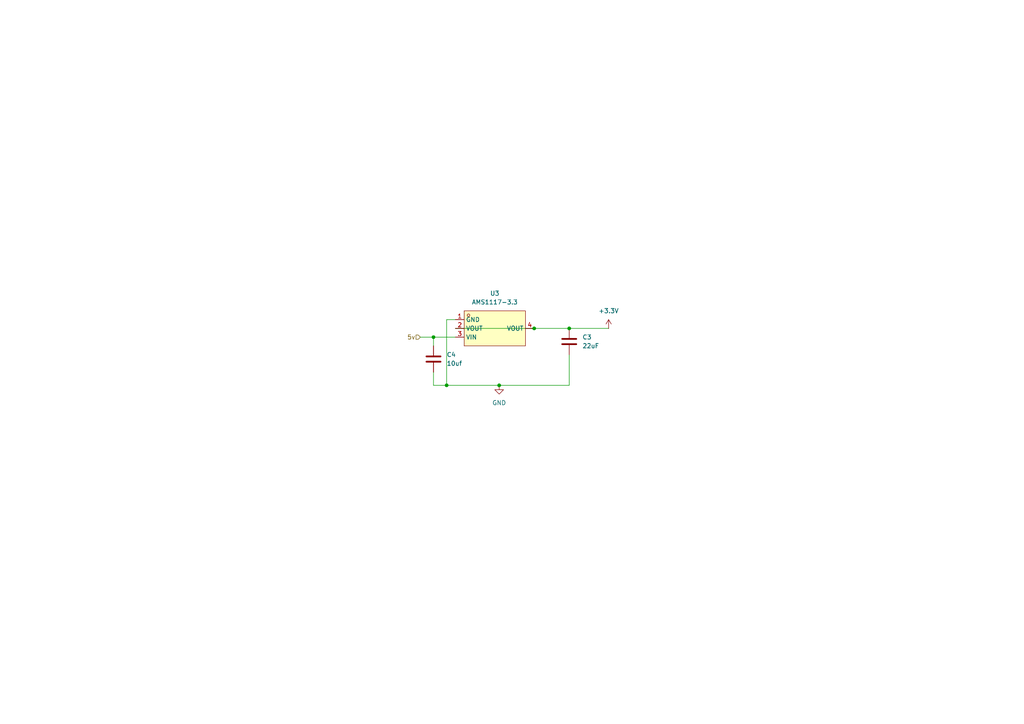
<source format=kicad_sch>
(kicad_sch (version 20250114) (generator "eeschema") (generator_version "9.0")
  (paper "A4")
  (title_block (rev "3"))
  (lib_symbols
    (symbol "Device:C" (pin_numbers (hide yes)) (pin_names (offset 0.254))
      (property "Reference" "C" (at 0.635 2.54 0))
      (property "Value" "C" (at 0.635 -2.54 0))
      (symbol "C_0_1"
        (polyline (pts (xy -2.032 0.762) (xy 2.032 0.762)) (stroke (width 0.508)))
        (polyline (pts (xy -2.032 -0.762) (xy 2.032 -0.762)) (stroke (width 0.508)))
      )
      (symbol "C_1_1"
        (pin passive line (at 0 3.81 270) (length 2.794) (name "~") (number "1"))
        (pin passive line (at 0 -3.81 90) (length 2.794) (name "~") (number "2"))
      )
    )
    (symbol "easyeda2kicad:AMS1117-3.3"
      (property "Reference" "U" (at 0 7.62 0))
      (property "Value" "AMS1117-3.3" (at 0 -7.62 0))
      (symbol "AMS1117-3.3_0_1"
        (rectangle (start -8.89 5.08) (end 8.89 -5.08) (fill (type background)))
        (circle (center -7.62 3.81) (radius 0.38))
        (pin unspecified line (at -11.43 2.54 0) (length 2.54) (name "GND") (number "1"))
        (pin unspecified line (at -11.43 0 0) (length 2.54) (name "VOUT") (number "2"))
        (pin unspecified line (at -11.43 -2.54 0) (length 2.54) (name "VIN") (number "3"))
        (pin unspecified line (at 11.43 0 180) (length 2.54) (name "VOUT") (number "4"))
      )
    )
    (symbol "power:+3.3V" (power) (pin_numbers (hide yes)) (pin_names (offset 0) (hide yes))
      (property "Value" "+3.3V" (at 0 3.556 0))
      (symbol "+3.3V_0_1"
        (polyline (pts (xy -0.762 1.27) (xy 0 2.54)))
        (polyline (pts (xy 0 2.54) (xy 0.762 1.27)))
        (polyline (pts (xy 0 0) (xy 0 2.54)))
      )
      (symbol "+3.3V_1_1"
        (pin power_in line (at 0 0 90) (length 0) (name "~") (number "1"))
      )
    )
    (symbol "power:GND" (power) (pin_numbers (hide yes)) (pin_names (offset 0) (hide yes))
      (property "Value" "GND" (at 0 -3.81 0))
      (symbol "GND_0_1"
        (polyline (pts (xy 0 0) (xy 0 -1.27) (xy 1.27 -1.27) (xy 0 -2.54) (xy -1.27 -1.27) (xy 0 -1.27)))
      )
      (symbol "GND_1_1"
        (pin power_in line (at 0 0 270) (length 0) (name "~") (number "1"))
      )
    )
  )
  (junction (at 165.1 95.25))
  (junction (at 154.94 95.25))
  (junction (at 129.54 111.76))
  (junction (at 125.73 97.79))
  (junction (at 144.78 111.76))
  (wire (pts (xy 129.54 92.71) (xy 129.54 111.76)))
  (wire (pts (xy 165.1 111.76) (xy 144.78 111.76)))
  (wire (pts (xy 125.73 97.79) (xy 132.08 97.79)))
  (wire (pts (xy 125.73 107.95) (xy 125.73 111.76)))
  (wire (pts (xy 125.73 97.79) (xy 125.73 100.33)))
  (wire (pts (xy 132.08 92.71) (xy 129.54 92.71)))
  (wire (pts (xy 129.54 111.76) (xy 144.78 111.76)))
  (wire (pts (xy 125.73 111.76) (xy 129.54 111.76)))
  (wire (pts (xy 154.94 95.25) (xy 165.1 95.25)))
  (wire (pts (xy 132.08 95.25) (xy 154.94 95.25)))
  (wire (pts (xy 165.1 95.25) (xy 176.53 95.25)))
  (wire (pts (xy 165.1 102.87) (xy 165.1 111.76)))
  (wire (pts (xy 121.92 97.79) (xy 125.73 97.79)))
  (hierarchical_label "5v" (shape input) (at 121.92 97.79 180))
  (symbol (lib_id "Device:C") (at 125.73 104.14 0) (unit 1)
    (property "Reference" "C4" (at 129.54 102.8699 0) (effects (justify left)))
    (property "Value" "10uf" (at 129.54 105.4099 0) (effects (justify left)))
    (property "Description" "Unpolarized capacitor" (effects (hide yes)))
  )
  (symbol (lib_id "power:GND") (at 144.78 111.76 0) (unit 1)
    (property "Reference" "#PWR022" (effects (hide yes)))
    (property "Value" "GND" (at 144.78 116.84 0))
    (property "Description" "Power symbol creates a global label with name \"GND\" , ground" (effects (hide yes)))
  )
  (symbol (lib_id "Device:C") (at 165.1 99.06 0) (unit 1)
    (property "Reference" "C3" (at 168.91 97.7899 0) (effects (justify left)))
    (property "Value" "22uF" (at 168.91 100.3299 0) (effects (justify left)))
    (property "Description" "Unpolarized capacitor" (effects (hide yes)))
  )
  (symbol (lib_id "easyeda2kicad:AMS1117-3.3") (at 143.51 95.25 0) (unit 1)
    (property "Reference" "U3" (at 143.51 85.09 0))
    (property "Value" "AMS1117-3.3" (at 143.51 87.63 0))
    (property "Footprint" "easyeda2kicad:SOT-223-3_L6.5-W3.4-P2.30-LS7.0-BR" (effects (hide yes)))
    (property "Datasheet" "https://lcsc.com/product-detail/Low-Dropout-Regulators-LDO_AMS_AMS1117-3-3_AMS1117-3-3_C6186.html" (effects (hide yes)))
    (property "LCSC Part" "C6186" (effects (hide yes)))
  )
  (symbol (lib_id "power:+3.3V") (at 176.53 95.25 0) (unit 1)
    (property "Reference" "#PWR021" (effects (hide yes)))
    (property "Value" "+3.3V" (at 176.53 90.17 0))
    (property "Description" "Power symbol creates a global label with name \"+3.3V\"" (effects (hide yes)))
  )
)
</source>
